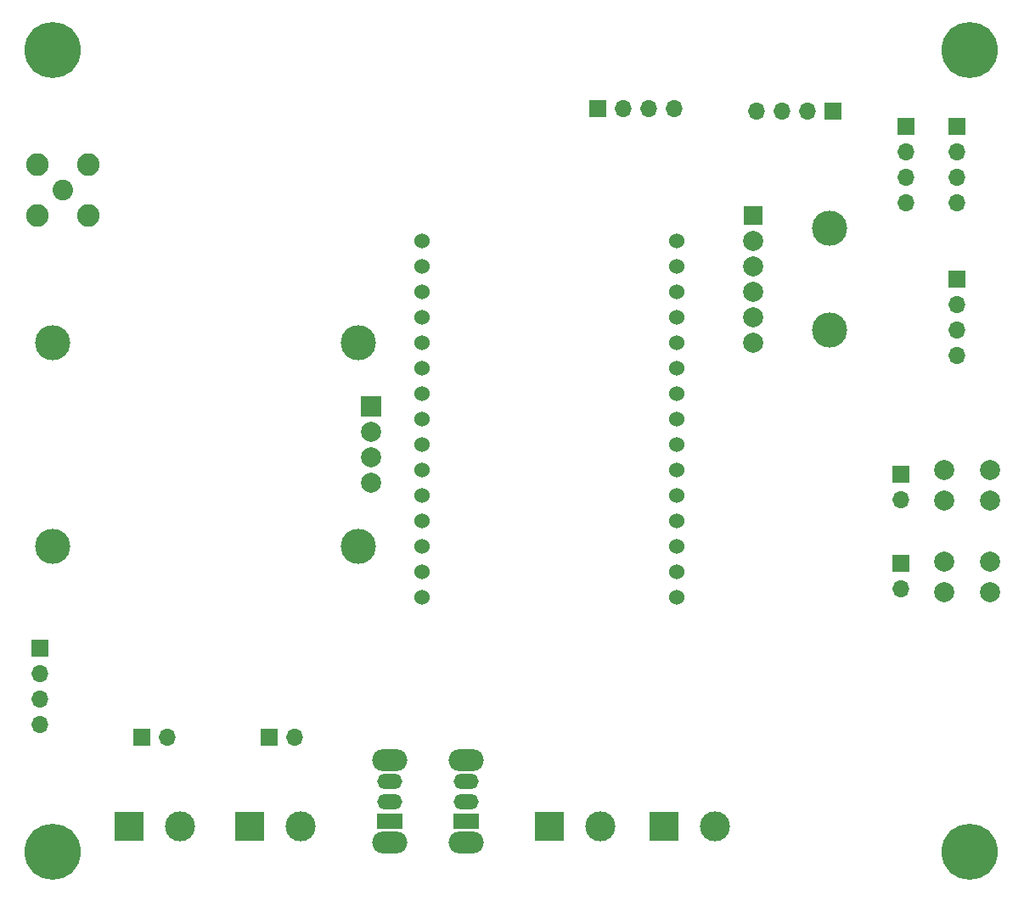
<source format=gbs>
G04 #@! TF.GenerationSoftware,KiCad,Pcbnew,7.0.5*
G04 #@! TF.CreationDate,2023-07-24T04:44:54-06:00*
G04 #@! TF.ProjectId,Project-Supernova-PCB,50726f6a-6563-4742-9d53-757065726e6f,rev?*
G04 #@! TF.SameCoordinates,Original*
G04 #@! TF.FileFunction,Soldermask,Bot*
G04 #@! TF.FilePolarity,Negative*
%FSLAX46Y46*%
G04 Gerber Fmt 4.6, Leading zero omitted, Abs format (unit mm)*
G04 Created by KiCad (PCBNEW 7.0.5) date 2023-07-24 04:44:54*
%MOMM*%
%LPD*%
G01*
G04 APERTURE LIST*
%ADD10C,3.500000*%
%ADD11R,1.900000X1.900000*%
%ADD12C,2.000000*%
%ADD13R,1.700000X1.700000*%
%ADD14O,1.700000X1.700000*%
%ADD15O,3.500000X2.200000*%
%ADD16R,2.500000X1.500000*%
%ADD17O,2.500000X1.500000*%
%ADD18R,3.000000X3.000000*%
%ADD19C,3.000000*%
%ADD20C,5.600000*%
%ADD21C,1.524000*%
%ADD22C,2.050000*%
%ADD23C,2.250000*%
%ADD24R,2.000000X2.000000*%
G04 APERTURE END LIST*
D10*
X166380000Y-67310000D03*
X166380000Y-77470000D03*
D11*
X158750000Y-66040000D03*
D12*
X158750000Y-68580000D03*
X158750000Y-71120000D03*
X158750000Y-73660000D03*
X158750000Y-76200000D03*
X158750000Y-78740000D03*
X182372000Y-100584000D03*
D13*
X173472500Y-91900000D03*
D14*
X173472500Y-94440000D03*
D15*
X122555000Y-128655000D03*
X122555000Y-120455000D03*
D16*
X122555000Y-126555000D03*
D17*
X122555000Y-124555000D03*
X122555000Y-122555000D03*
D13*
X143256000Y-55372000D03*
D14*
X145796000Y-55372000D03*
X148336000Y-55372000D03*
X150876000Y-55372000D03*
D13*
X173472500Y-100790000D03*
D14*
X173472500Y-103330000D03*
D18*
X149860000Y-127000000D03*
D19*
X154940000Y-127000000D03*
D20*
X88900000Y-129540000D03*
X180340000Y-129540000D03*
D13*
X166751000Y-55626000D03*
D14*
X164211000Y-55626000D03*
X161671000Y-55626000D03*
X159131000Y-55626000D03*
D15*
X130175000Y-128655000D03*
X130175000Y-120455000D03*
D16*
X130175000Y-126555000D03*
D17*
X130175000Y-124555000D03*
X130175000Y-122555000D03*
D12*
X182372000Y-103632000D03*
D21*
X125730000Y-68580000D03*
X125730000Y-71120000D03*
X125730000Y-73660000D03*
X125730000Y-76200000D03*
X125730000Y-78740000D03*
X125730000Y-81280000D03*
X125730000Y-83820000D03*
X125730000Y-86360000D03*
X125730000Y-88900000D03*
X125730000Y-91440000D03*
X125730000Y-93980000D03*
X125730000Y-96520000D03*
X125730000Y-99060000D03*
X125730000Y-101600000D03*
X125730000Y-104140000D03*
X151130000Y-104140000D03*
X151130000Y-101600000D03*
X151130000Y-99060000D03*
X151130000Y-96520000D03*
X151130000Y-93980000D03*
X151130000Y-91440000D03*
X151130000Y-88900000D03*
X151130000Y-86360000D03*
X151130000Y-83820000D03*
X151130000Y-81280000D03*
X151130000Y-78740000D03*
X151130000Y-76200000D03*
X151130000Y-73660000D03*
X151130000Y-71120000D03*
X151130000Y-68580000D03*
D12*
X177800000Y-91440000D03*
D22*
X89916000Y-63500000D03*
D23*
X87376000Y-60960000D03*
X87376000Y-66040000D03*
X92456000Y-60960000D03*
X92456000Y-66040000D03*
D10*
X119380000Y-78740000D03*
X88900000Y-78740000D03*
X119380000Y-99060000D03*
X88900000Y-99060000D03*
D24*
X120650000Y-85090000D03*
D12*
X120650000Y-87630000D03*
X120650000Y-90170000D03*
X120650000Y-92710000D03*
D20*
X180340000Y-49530000D03*
D12*
X177800000Y-100584000D03*
D13*
X87630000Y-109220000D03*
D14*
X87630000Y-111760000D03*
X87630000Y-114300000D03*
X87630000Y-116840000D03*
D18*
X108585000Y-127000000D03*
D19*
X113665000Y-127000000D03*
D13*
X97790000Y-118110000D03*
D14*
X100330000Y-118110000D03*
D18*
X96520000Y-127000000D03*
D19*
X101600000Y-127000000D03*
D13*
X179070000Y-57150000D03*
D14*
X179070000Y-59690000D03*
X179070000Y-62230000D03*
X179070000Y-64770000D03*
D12*
X182372000Y-94488000D03*
D13*
X179070000Y-72400000D03*
D14*
X179070000Y-74940000D03*
X179070000Y-77480000D03*
X179070000Y-80020000D03*
D12*
X177800000Y-94488000D03*
D13*
X110490000Y-118110000D03*
D14*
X113030000Y-118110000D03*
D12*
X177800000Y-103632000D03*
D18*
X138430000Y-127000000D03*
D19*
X143510000Y-127000000D03*
D20*
X88900000Y-49530000D03*
D13*
X173990000Y-57150000D03*
D14*
X173990000Y-59690000D03*
X173990000Y-62230000D03*
X173990000Y-64770000D03*
D12*
X182372000Y-91440000D03*
M02*

</source>
